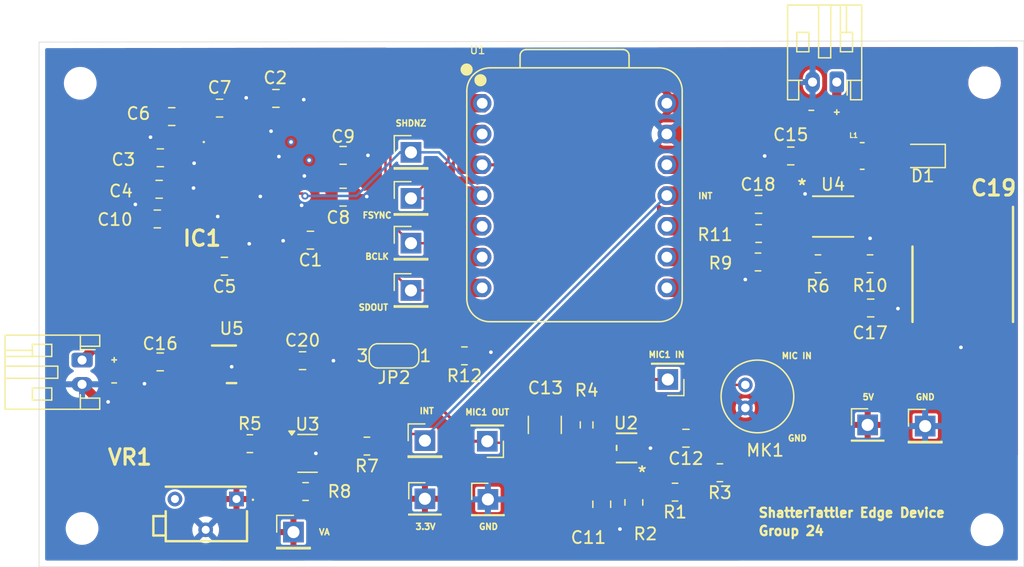
<source format=kicad_pcb>
(kicad_pcb (version 20241229) (generator "pcbnew") (generator_version "9.0")
  (layers (0 "F.Cu" signal) (2 "B.Cu" signal) (13 "F.Paste" user) (15 "B.Paste" user) (5 "F.SilkS" user "F.Silkscreen") (7 "B.SilkS" user "B.Silkscreen") (1 "F.Mask" user) (3 "B.Mask" user) (25 "Edge.Cuts" user))
  (net 0 "")
  (net 1 "GND")
  (net 2 "/AREG")
  (net 3 "Net-(IC1-IN1P)")
  (net 4 "MIC1_OUT")
  (net 5 "/DREG")
  (net 6 "Net-(IC1-VREF)")
  (net 7 "MIC_IN")
  (net 9 "SDOUT")
  (net 10 "Net-(D1-A)")
  (net 11 "FSYNC")
  (net 12 "SHDNZ")
  (net 14 "BCLK")
  (net 17 "INT")
  (net 20 "PS_3.3V")
  (net 22 "IN")
  (net 24 "/MIC")
  (net 25 "VA")
  (net 26 "/IN+")
  (net 27 "Net-(J8-Pin_1)")
  (net 28 "Net-(J9-Pin_1)")
  (net 29 "Net-(U4-EN)")
  (net 30 "Net-(U4-FB)")
  (net 31 "Net-(C18-Pad2)")
  (net 32 "PS_5V_0.5A")
  (net 35 "Net-(U4-FREQ)")
  (net 37 "OUT2")
  (net 38 "OUT1")
  (net 40 "unconnected-(U1-PA02_A0_D0-Pad1)")
  (footprint "Capacitor_SMD:C_0805_2012Metric_Pad1.18x1.45mm_HandSolder" (layer "F.Cu") (at 109.35 79.25 180)
    (property "Reference" "C2")
    (property "Value" "1uF" (hide yes))
  )
  (footprint "Capacitor_SMD:C_0805_2012Metric_Pad1.18x1.45mm_HandSolder" (layer "F.Cu") (at 149.2 88 180)
    (property "Reference" "C18")
    (property "Value" "39 pF" (hide yes))
  )
  (footprint "Capacitor_SMD:C_0805_2012Metric_Pad1.18x1.45mm_HandSolder" (layer "F.Cu") (at 111.55 100.9)
    (property "Reference" "C20")
    (property "Value" "1 uF" (hide yes))
  )
  (footprint "Capacitor_SMD:C_0805_2012Metric_Pad1.18x1.45mm_HandSolder" (layer "F.Cu") (at 151.85 84 180)
    (property "Reference" "C15")
    (property "Value" "22 uF" (hide yes))
  )
  (footprint "Capacitor_SMD:C_0805_2012Metric" (layer "F.Cu") (at 112.2 90.95)
    (property "Reference" "C1")
    (property "Value" "0.1uF" (hide yes))
  )
  (footprint "Capacitor_SMD:C_0805_2012Metric_Pad1.18x1.45mm_HandSolder" (layer "F.Cu") (at 158.45 96.55)
    (property "Reference" "C17")
    (property "Value" "1 uF" (hide yes))
  )
  (footprint "Capacitor_SMD:C_0805_2012Metric_Pad1.18x1.45mm_HandSolder" (layer "F.Cu") (at 136.25 112.75 90)
    (property "Reference" "C11")
    (property "Value" "3.3u" (hide yes))
  )
  (footprint "footprints:PCM1841QRGERQ1" (layer "F.Cu") (at 106.95 86.35)
    (property "Reference" "IC1")
    (property "Value" "PCM1841QRGERQ1" (hide yes))
  )
  (footprint "Connector_PinHeader_2.54mm:PinHeader_1x01_P2.54mm_Vertical" (layer "F.Cu") (at 120.5 91.2)
    (property "Reference" "J12" (hide yes))
    (property "Value" "Conn_01x01_Pin" (hide yes))
  )
  (footprint "footprints:INDC2520X120N" (layer "F.Cu") (at 157.75 84)
    (property "Reference" "L1")
    (property "Value" "6.8 uH" (hide yes))
  )
  (footprint "footprints:CUI_CMC-5042PF-AC" (layer "F.Cu") (at 149.1 103.85 180)
    (property "Reference" "MK1")
    (property "Value" "Microphone" (hide yes))
  )
  (footprint "Resistor_SMD:R_0805_2012Metric_Pad1.20x1.40mm_HandSolder" (layer "F.Cu") (at 158.4 92.9 180)
    (property "Reference" "R10")
    (property "Value" "49.9 Ohm" (hide yes))
  )
  (footprint "Resistor_SMD:R_0805_2012Metric" (layer "F.Cu") (at 111.8 111.7)
    (property "Reference" "R8")
    (property "Value" "100K" (hide yes))
  )
  (footprint "Connector_PinHeader_2.54mm:PinHeader_1x01_P2.54mm_Vertical" (layer "F.Cu") (at 120.5 87.5)
    (property "Reference" "J11" (hide yes))
    (property "Value" "Conn_01x01_Pin" (hide yes))
  )
  (footprint "footprints:DCK5_TEX-L" (layer "F.Cu") (at 138.3 108.1 180)
    (property "Reference" "U2")
    (property "Value" "TLV6741DCKR" (hide yes))
  )
  (footprint "Resistor_SMD:R_0805_2012Metric_Pad1.20x1.40mm_HandSolder" (layer "F.Cu") (at 154.1 92.9)
    (property "Reference" "R6")
    (property "Value" "200 kOhm" (hide yes))
  )
  (footprint "Resistor_SMD:R_0603_1608Metric_Pad0.98x0.95mm_HandSolder" (layer "F.Cu") (at 135 106.2 -90)
    (property "Reference" "R4")
    (property "Value" "55K" (hide yes))
  )
  (footprint "Capacitor_SMD:C_0805_2012Metric_Pad1.18x1.45mm_HandSolder" (layer "F.Cu") (at 99.5625 89.2)
    (property "Reference" "C10")
    (property "Value" "1uF")
  )
  (footprint "Connector_PinHeader_2.54mm:PinHeader_1x01_P2.54mm_Vertical" (layer "F.Cu") (at 158.2 106.2)
    (property "Reference" "J5" (hide yes))
    (property "Value" "Conn_01x01_Pin" (hide yes))
  )
  (footprint "Connector_PinHeader_2.54mm:PinHeader_1x01_P2.54mm_Vertical" (layer "F.Cu") (at 110.8 115.05)
    (property "Reference" "J7" (hide yes))
    (property "Value" "Conn_01x01_Pin" (hide yes))
  )
  (footprint "footprints:DBV0005A_M" (layer "F.Cu") (at 105.7 101.2)
    (property "Reference" "U5")
    (property "Value" "TLV73333PQDBVRQ1" (hide yes))
  )
  (footprint "Capacitor_SMD:C_0805_2012Metric_Pad1.18x1.45mm_HandSolder" (layer "F.Cu") (at 105.1 93.1 180)
    (property "Reference" "C5")
    (property "Value" "1uF" (hide yes))
  )
  (footprint "Capacitor_SMD:C_0805_2012Metric_Pad1.18x1.45mm_HandSolder" (layer "F.Cu") (at 143.2 107.3 180)
    (property "Reference" "C12")
    (property "Value" "10uF" (hide yes))
  )
  (footprint "Connector_PinHeader_2.54mm:PinHeader_1x01_P2.54mm_Vertical" (layer "F.Cu") (at 121.65 107.5)
    (property "Reference" "J6" (hide yes))
    (property "Value" "Conn_01x01_Pin" (hide yes))
  )
  (footprint "Jumper:SolderJumper-3_P1.3mm_Open_RoundedPad1.0x1.5mm_NumberLabels" (layer "F.Cu") (at 119.1 100.5 180)
    (property "Reference" "JP2")
    (property "Value" "SolderJumper_3_Open" (hide yes))
  )
  (footprint "Resistor_SMD:R_0805_2012Metric_Pad1.20x1.40mm_HandSolder" (layer "F.Cu") (at 149.2 90.4 180)
    (property "Reference" "R11")
    (property "Value" "150 kOhm" (hide yes))
  )
  (footprint "MountingHole:MountingHole_2.2mm_M2" (layer "F.Cu") (at 93.2 78)
    (property "Reference" "H1" (hide yes))
    (property "Value" "MountingHole" (hide yes))
  )
  (footprint "MountingHole:MountingHole_2.2mm_M2" (layer "F.Cu") (at 168.05 114.85)
    (property "Reference" "H4" (hide yes))
    (property "Value" "MountingHole" (hide yes))
  )
  (footprint "Connector_JST:JST_PH_S2B-PH-K_1x02_P2.00mm_Horizontal" (layer "F.Cu") (at 155.65 77.9 180)
    (property "Reference" "J8" (hide yes))
    (property "Value" "Conn_01x02_Pin" (hide yes))
  )
  (footprint "Capacitor_SMD:C_0805_2012Metric" (layer "F.Cu") (at 104.7 80.05 180)
    (property "Reference" "C7")
    (property "Value" "10uF" (hide yes))
  )
  (footprint "Connector_PinHeader_2.54mm:PinHeader_1x01_P2.54mm_Vertical" (layer "F.Cu") (at 141.7 102.45 180)
    (property "Reference" "J2" (hide yes))
    (property "Value" "Conn_01x01_Pin" (hide yes))
  )
  (footprint "footprints:3266X1104LF" (layer "F.Cu") (at 106.095 112.32 180)
    (property "Reference" "VR1")
    (property "Value" "3266X-1-104LF" (hide yes))
  )
  (footprint "Resistor_SMD:R_0805_2012Metric" (layer "F.Cu") (at 142.3 111.75 180)
    (property "Reference" "R1")
    (property "Value" "100K" (hide yes))
  )
  (footprint "Resistor_SMD:R_0805_2012Metric" (layer "F.Cu") (at 124.9125 100.5 180)
    (property "Reference" "R12")
    (property "Value" "3.9K" (hide yes))
  )
  (footprint "Capacitor_SMD:C_1210_3225Metric" (layer "F.Cu") (at 131.55 106.2 90)
    (property "Reference" "C13")
    (property "Value" "20pF" (hide yes))
  )
  (footprint "Resistor_SMD:R_0805_2012Metric" (layer "F.Cu") (at 138.9 112.6 -90)
    (property "Reference" "R2")
    (property "Value" "100K" (hide yes))
  )
  (footprint "footprints:DGK8_TEX-M" (layer "F.Cu") (at 155.35 89)
    (property "Reference" "U4")
    (property "Value" "LMR61428XMM/NOPB" (hide yes))
  )
  (footprint "MountingHole:MountingHole_2.2mm_M2" (layer "F.Cu") (at 93.35 114.75)
    (property "Reference" "H2" (hide yes))
    (property "Value" "MountingHole" (hide yes))
  )
  (footprint "Resistor_SMD:R_0805_2012Metric" (layer "F.Cu") (at 107.2 107.75)
    (property "Reference" "R5")
    (property "Value" "100K" (hide yes))
  )
  (footprint "Connector_PinHeader_2.54mm:PinHeader_1x01_P2.54mm_Vertical" (layer "F.Cu") (at 126.85 112.35)
    (property "Reference" "J4" (hide yes))
    (property "Value" "Conn_01x01_Pin" (hide yes))
  )
  (footprint "Connector_PinHeader_2.54mm:PinHeader_1x01_P2.54mm_Vertical" (layer "F.Cu") (at 121.65 112.3)
    (property "Reference" "J3" (hide yes))
    (property "Value" "Conn_01x01_Pin" (hide yes))
  )
  (footprint "Capacitor_SMD:C_0805_2012Metric" (layer "F.Cu") (at 114.9 83.95 180)
    (property "Reference" "C9")
    (property "Value" "0.1uF" (hide yes))
  )
  (footprint "footprints:CAPAE830X1050N" (layer "F.Cu") (at 166.05 93.55 -90)
    (property "Reference" "C19")
    (property "Value" "68 uF" (hide yes))
  )
  (footprint "Connector_JST:JST_PH_S2B-PH-K_1x02_P2.00mm_Horizontal" (layer "F.Cu") (at 93.35 100.85 -90)
    (property "Reference" "J9" (hide yes))
    (property "Value" "Conn_01x02_Pin" (hide yes))
  )
  (footprint "MountingHole:MountingHole_2.2mm_M2" (layer "F.Cu") (at 167.85 77.95)
    (property "Reference" "H3" (hide yes))
    (property "Value" "MountingHole" (hide yes))
  )
  (footprint "Connector_PinHeader_2.54mm:PinHeader_1x01_P2.54mm_Vertical" (layer "F.Cu") (at 126.8 107.55 180)
    (property "Reference" "J1" (hide yes))
    (property "Value" "Conn_01x01_Pin" (hide yes))
  )
  (footprint "Connector_PinHeader_2.54mm:PinHeader_1x01_P2.54mm_Vertical" (layer "F.Cu") (at 120.5 95.1)
    (property "Reference" "J13" (hide yes))
    (property "Value" "Conn_01x01_Pin" (hide yes))
  )
  (footprint "Connector_PinHeader_2.54mm:PinHeader_1x01_P2.54mm_Vertical" (layer "F.Cu") (at 162.95 106.3)
    (property "Reference" "J14" (hide yes))
    (property "Value" "Conn_01x01_Pin" (hide yes))
  )
  (footprint "Capacitor_SMD:C_0805_2012Metric_Pad1.18x1.45mm_HandSolder" (layer "F.Cu") (at 99.8 101 180)
    (property "Reference" "C16")
    (property "Value" "1 uF" (hide yes))
  )
  (footprint "Package_TO_SOT_SMD:SOT-23-5" (layer "F.Cu") (at 111.9625 108.55)
    (property "Reference" "U3")
    (property "Value" "TL331KDBVR" (hide yes))
  )
  (footprint "Capacitor_SMD:C_0805_2012Metric" (layer "F.Cu") (at 114.9 87.4 180)
    (property "Reference" "C8")
    (property "Value" "10uF" (hide yes))
  )
  (footprint "Capacitor_SMD:C_0805_2012Metric" (layer "F.Cu") (at 100.75 80.75 180)
    (property "Reference" "C6")
    (property "Value" "0.1uF")
  )
  (footprint "Resistor_SMD:R_0805_2012Metric" (layer "F.Cu") (at 146 110.15 180)
    (property "Reference" "R3")
    (property "Value" "5.9K" (hide yes))
  )
  (footprint "Capacitor_SMD:C_0805_2012Metric" (layer "F.Cu") (at 99.8125 84.15 180)
    (property "Reference" "C3")
    (property "Value" "0.1uF" (hide yes))
  )
  (footprint "Connector_PinHeader_2.54mm:PinHeader_1x01_P2.54mm_Vertical" (layer "F.Cu") (at 120.5 83.7)
    (property "Reference" "J10" (hide yes))
    (property "Value" "Conn_01x01_Pin" (hide yes))
  )
  (footprint "footprints:XIAO-ESP32S3-DIP" (layer "F.Cu") (at 134 87.2685)
    (property "Reference" "U1")
    (property "Value" "MOUDLE-SEEEDUINO-XIAO-ESP32S3")
  )
  (footprint "Capacitor_SMD:C_0805_2012Metric" (layer "F.Cu") (at 99.7125 86.75 180)
    (property "Reference" "C4")
    (property "Value" "10uF" (hide yes))
  )
  (footprint "Diode_SMD:D_0805_2012Metric_Pad1.15x1.40mm_HandSolder" (layer "F.Cu") (at 162.75 84 180)
    (property "Reference" "D1")
    (property "Value" "D_Schottky" (hide yes))
  )
  (footprint "Resistor_SMD:R_0805_2012Metric" (layer "F.Cu") (at 116.8625 107.95 180)
    (property "Reference" "R7")
    (property "Value" "10K")
  )
  (footprint "Resistor_SMD:R_0805_2012Metric_Pad1.20x1.40mm_HandSolder" (layer "F.Cu") (at 149.15 92.75 180)
    (property "Reference" "R9")
    (property "Value" "50 kOhm" (hide yes))
  )
  (gr_line (start 89.8 117.9) (end 89.8 74.6) (stroke (width 0.05)) (layer "Edge.Cuts"))
  (gr_line (start 171.1 117.9) (end 171.1 74.5) (stroke (width 0.05)) (layer "Edge.Cuts"))
  (gr_line (start 89.8 74.6) (end 171.1 74.5) (stroke (width 0.05)) (layer "Edge.Cuts"))
  (gr_line (start 171.1 117.9) (end 89.8 117.9) (stroke (width 0.05)) (layer "Edge.Cuts"))
  (gr_text "GND" (at 126.9 114.6 0) (layer "F.SilkS") (effects (font (size 0.5 0.5) (thickness 0.125))))
  (gr_text "MIC1 OUT" (at 126.8 105.15 0) (layer "F.SilkS") (effects (font (size 0.5 0.5) (thickness 0.125))))
  (gr_text "FSYNC" (at 117.7 88.9 0) (layer "F.SilkS") (effects (font (size 0.5 0.5) (thickness 0.125))))
  (gr_text "3.3V" (at 121.7 114.6 0) (layer "F.SilkS") (effects (font (size 0.5 0.5) (thickness 0.125))))
  (gr_text "-" (at 96 102.7 0) (layer "F.SilkS") (effects (font (size 0.5 0.5) (thickness 0.125))))
  (gr_text "GND" (at 152.4 107.3 0) (layer "F.SilkS") (effects (font (size 0.5 0.5) (thickness 0.125))))
  (gr_text "Group 24" (at 149.1 115.4 0) (layer "F.SilkS") (effects (font (size 0.762 0.762) (thickness 0.1905) (bold yes)) (justify left bottom)))
  (gr_text "+" (at 96 100.8 0) (layer "F.SilkS") (effects (font (size 0.5 0.5) (thickness 0.125))))
  (gr_text "BCLK\n" (at 117.7 92.3 0) (layer "F.SilkS") (effects (font (size 0.5 0.5) (thickness 0.125))))
  (gr_text "SDOUT" (at 117.4 96.5 0) (layer "F.SilkS") (effects (font (size 0.5 0.5) (thickness 0.125))))
  (gr_text "SHDNZ" (at 120.5 81.3 0) (layer "F.SilkS") (effects (font (size 0.5 0.5) (thickness 0.125))))
  (gr_text "INT" (at 121.8 105.05 0) (layer "F.SilkS") (effects (font (size 0.5 0.5) (thickness 0.125))))
  (gr_text "ShatterTattler Edge Device" (at 149.1 113.9 0) (layer "F.SilkS") (effects (font (size 0.762 0.762) (thickness 0.1905) (bold yes)) (justify left bottom)))
  (gr_text "MIC1 IN" (at 141.6 100.4 0) (layer "F.SilkS") (effects (font (size 0.5 0.5) (thickness 0.125))))
  (gr_text "VA" (at 113.35 115.05 0) (layer "F.SilkS") (effects (font (size 0.5 0.5) (thickness 0.125))))
  (gr_text "5V" (at 158.25 103.9 0) (layer "F.SilkS") (effects (font (size 0.5 0.5) (thickness 0.125))))
  (gr_text "GND" (at 162.95 103.9 0) (layer "F.SilkS") (effects (font (size 0.5 0.5) (thickness 0.125))))
  (gr_text "+" (at 155.65 80.35 0) (layer "F.SilkS") (effects (font (size 0.5 0.5) (thickness 0.125))))
  (gr_text "-" (at 153.55 80.2 0) (layer "F.SilkS") (effects (font (size 0.5 0.5) (thickness 0.125))))
  (gr_text "MIC IN" (at 152.35 100.5 0) (layer "F.SilkS") (effects (font (size 0.5 0.5) (thickness 0.125))))
  (gr_text "INT" (at 144.8 87.3 0) (layer "F.SilkS") (effects (font (size 0.5 0.5) (thickness 0.125))))
  (segment (start 107.15 91.05) (end 106.7 90.6) (width 0.254) (layer "F.Cu") (net 1))
  (segment (start 153 87.1) (end 153.03225 87.13225) (width 0.254) (layer "F.Cu") (net 1))
  (segment (start 109.75 84.625) (end 109.75 84.2) (width 0.2032) (layer "F.Cu") (net 1))
  (segment (start 107.7 83.55) (end 107.7 82.076) (width 0.254) (layer "F.Cu") (net 1))
  (segment (start 104.15 88.6) (end 104.15 88.075) (width 0.2032) (layer "F.Cu") (net 1))
  (segment (start 157.66775 90.06775) (end 158.4 90.8) (width 0.254) (layer "F.Cu") (net 1))
  (segment (start 166.05 96.9) (end 166.05 99.65) (width 1.27) (layer "F.Cu") (net 1))
  (segment (start 125.825 100.5) (end 126.8 100.5) (width 0.254) (layer "F.Cu") (net 1))
  (segment (start 106.7 90.6) (end 106.7 89.15) (width 0.254) (layer "F.Cu") (net 1))
  (segment (start 94.8 104.3) (end 95.5 104.3) (width 0.762) (layer "F.Cu") (net 1))
  (segment (start 109.95 91) (end 110 90.95) (width 0.508) (layer "F.Cu") (net 1))
  (segment (start 102.6 84.6) (end 104.125 84.6) (width 0.2032) (layer "F.Cu") (net 1))
  (segment (start 98.7625 101) (end 98.7625 102.5375) (width 0.762) (layer "F.Cu") (net 1))
  (segment (start 97.75 87.7625) (end 98.7625 86.75) (width 0.2032) (layer "F.Cu") (net 1))
  (segment (start 160.65 96.55) (end 160.7 96.6) (width 0.254) (layer "F.Cu") (net 1))
  (segment (start 109.75 88.075) (end 111.475 88.075) (width 0.2032) (layer "F.Cu") (net 1))
  (segment (start 99 82.45) (end 99 81.55) (width 0.508) (layer "F.Cu") (net 1))
  (segment (start 98.8625 84.15) (end 98.8625 82.5875) (width 0.508) (layer "F.Cu") (net 1))
  (segment (start 98.7625 86.75) (end 98.7625 86.9875) (width 0.2) (layer "F.Cu") (net 1))
  (segment (start 104.15 84.625) (end 103.725 84.625) (width 0.2032) (layer "F.Cu") (net 1))
  (segment (start 159.4875 96.55) (end 160.65 96.55) (width 0.254) (layer "F.Cu") (net 1))
  (segment (start 157.66775 89.974999) (end 157.66775 90.06775) (width 0.254) (layer "F.Cu") (net 1))
  (segment (start 140.250694 108.1) (end 139.32235 108.1) (width 0.254) (layer "F.Cu") (net 1))
  (segment (start 137.75 114.8) (end 137.8125 114.8) (width 0.508) (layer "F.Cu") (net 1))
  (segment (start 104.125 84.6) (end 104.15 84.625) (width 0.2032) (layer "F.Cu") (net 1))
  (segment (start 166.05 99.65) (end 165.9 99.8) (width 1.27) (layer "F.Cu") (net 1))
  (segment (start 112.5875 100.9) (end 114.1 100.9) (width 0.508) (layer "F.Cu") (net 1))
  (segment (start 104.15 86.6) (end 102.6 86.6) (width 0.254) (layer "F.Cu") (net 1))
  (segment (start 107.7 82.076) (end 107.826 81.95) (width 0.254) (layer "F.Cu") (net 1))
  (segment (start 105.7 101.4) (end 106.425 101.4) (width 0.508) (layer "F.Cu") (net 1))
  (segment (start 111.5 88.1) (end 111.475 88.075) (width 0.2032) (layer "F.Cu") (net 1))
  (segment (start 104.7 89.15) (end 104.55 89) (width 0.254) (layer "F.Cu") (net 1))
  (segment (start 104.55 89) (end 104.15 88.6) (width 0.2032) (layer "F.Cu") (net 1))
  (segment (start 136.55 113.7875) (end 136.7375 113.7875) (width 0.508) (layer "F.Cu") (net 1))
  (segment (start 115.85 87.4) (end 116.8 87.4) (width 0.508) (layer "F.Cu") (net 1))
  (segment (start 111.55 79.25) (end 111.65 79.35) (width 0.508) (layer "F.Cu") (net 1))
  (segment (start 110.825 108.55) (end 112.65 108.55) (width 0.508) (layer "F.Cu") (net 1))
  (segment (start 110 90.95) (end 111.25 90.95) (width 0.508) (layer "F.Cu") (net 1))
  (segment (start 110.3875 79.25) (end 111.55 79.25) (width 0.508) (layer "F.Cu") (net 1))
  (segment (start 99 81.55) (end 99.8 80.75) (width 0.508) (layer "F.Cu") (net 1))
  (segment (start 150.8125 84) (end 149.7 84) (width 0.762) (layer "F.Cu") (net 1))
  (segment (start 98.525 89.2) (end 98.525 88.775) (width 0.2032) (layer "F.Cu") (net 1))
  (segment (start 98.8625 82.5875) (end 99 82.45) (width 0.508) (layer "F.Cu") (net 1))
  (segment (start 109.75 84.2) (end 109.6 84.05) (width 0.2032) (layer "F.Cu") (net 1))
  (segment (start 153.03225 88.025001) (end 153.03225 87.13225) (width 0.254) (layer "F.Cu") (net 1))
  (segment (start 97.75 88) (end 97.75 87.7625) (width 0.2032) (layer "F.Cu") (net 1))
  (segment (start 111.65 85.6) (end 111.7 85.65) (width 0.2032) (layer "F.Cu") (net 1))
  (segment (start 105.65 80.05) (end 106.5 79.2) (width 0.508) (layer "F.Cu") (net 1))
  (segment (start 98.7625 102.5375) (end 98.5 102.8) (width 0.762) (layer "F.Cu") (net 1))
  (segment (start 105.7 89.15) (end 104.7 89.15) (width 0.254) (layer "F.Cu") (net 1))
  (segment (start 105.5 101.2) (end 105.7 101.4) (width 0.508) (layer "F.Cu") (net 1))
  (segment (start 106.5 79.2) (end 106.9 79.2) (width 0.508) (layer "F.Cu") (net 1))
  (segment (start 107.942351 87.342351) (end 106.95 86.35) (width 0.254) (layer "F.Cu") (net 1))
  (segment (start 115.85 83.95) (end 116.95 83.95) (width 0.508) (layer "F.Cu") (net 1))
  (segment (start 106.425 101.4) (end 107.174998 102.149998) (width 0.508) (layer "F.Cu") (net 1))
  (segment (start 107.15 91.25) (end 107.15 91.05) (width 0.254) (layer "F.Cu") (net 1))
  (segment (start 148.15 94.15) (end 148.1 94.2) (width 0.762) (layer "F.Cu") (net 1))
  (segment (start 93.35 102.85) (end 94.8 104.3) (width 0.762) (layer "F.Cu") (net 1))
  (segment (start 148.15 92.75) (end 148.15 94.15) (width 0.762) (layer "F.Cu") (net 1))
  (segment (start 108.065199 87.342351) (end 107.942351 87.342351) (width 0.254) (layer "F.Cu") (net 1))
  (segment (start 104.224999 101.2) (end 105.5 101.2) (width 0.508) (layer "F.Cu") (net 1))
  (segment (start 108.95 81.95) (end 108.95 81.9548) (width 0.254) (layer "F.Cu") (net 1))
  (segment (start 98.525 88.775) (end 97.75 88) (width 0.2032) (layer "F.Cu") (net 1))
  (segment (start 126.8 100.5) (end 127.1 100.2) (width 0.254) (layer "F.Cu") (net 1))
  (segment (start 116.8 87.4) (end 116.85 87.35) (width 0.508) (layer "F.Cu") (net 1))
  (segment (start 136.7375 113.7875) (end 137.75 114.8) (width 0.508) (layer "F.Cu") (net 1))
  (segment (start 109.75 85.6) (end 111.65 85.6) (width 0.2032) (layer "F.Cu") (net 1))
  (segment (start 137.8125 114.8) (end 138.8 113.8125) (width 0.508) (layer "F.Cu") (net 1))
  (segment (start 140.269572 108.118878) (end 140.250694 108.1) (width 0.254) (layer "F.Cu") (net 1))
  (segment (start 107.826 81.95) (end 108.95 81.95) (width 0.254) (layer "F.Cu") (net 1))
  (segment (start 102.6 86.6) (end 102.55 86.65) (width 0.254) (layer "F.Cu") (net 1))
  (via (at 165.9 99.8) (size 0.6) (drill 0.3) (layers "F.Cu" "B.Cu") (net 1))
  (via (at 104.55 89) (size 0.6) (drill 0.3) (layers "F.Cu" "B.Cu") (net 1))
  (via (at 160.7 96.6) (size 0.6) (drill 0.3) (layers "F.Cu" "B.Cu") (net 1))
  (via (at 116.95 83.95) (size 0.6) (drill 0.3) (layers "F.Cu" "B.Cu") (net 1))
  (via (at 106.9 79.2) (size 0.6) (drill 0.3) (layers "F.Cu" "B.Cu") (net 1))
  (via (at 107.15 91.25) (size 0.6) (drill 0.3) (layers "F.Cu" "B.Cu") (net 1))
  (via (at 111.475 88.075) (size 0.6) (drill 0.3) (layers "F.Cu" "B.Cu") (net 1))
  (via (at 127.1 100.2) (size 0.6) (drill 0.3) (layers "F.Cu" "B.Cu") (net 1))
  (via (at 137.75 114.8) (size 0.6) (drill 0.3) (layers "F.Cu" "B.Cu") (net 1))
  (via (at 108.95 81.9548) (size 0.6) (drill 0.3) (layers "F.Cu" "B.Cu") (net 1))
  (via (at 112.65 108.55) (size 0.6) (drill 0.3) (layers "F.Cu" "B.Cu") (net 1))
  (via (at 149.7 84) (size 0.6) (drill 0.3) (layers "F.Cu" "B.Cu") (net 1))
  (via (at 98.5 102.8) (size 0.6) (drill 0.3) (layers "F.Cu" "B.Cu") (net 1))
  (via (at 109.95 91) (size 0.6) (drill 0.3) (layers "F.Cu" "B.Cu") (net 1))
  (via (at 95.5 104.3) (size 0.6) (drill 0.3) (layers "F.Cu" "B.Cu") (net 1))
  (via (at 111.7 85.65) (size 0.6) (drill 0.3) (layers "F.Cu" "B.Cu") (net 1))
  (via (at 99 82.45) (size 0.6) (drill 0.3) (layers "F.Cu" "B.Cu") (net 1))
  (via (at 108.065199 87.342351) (size 0.6) (drill 0.3) (layers "F.Cu" "B.Cu") (net 1))
  (via (at 140.269572 108.118878) (size 0.6) (drill 0.3) (layers "F.Cu" "B.Cu") (net 1))
  (via (at 111.65 79.35) (size 0.6) (drill 0.3) (layers "F.Cu" "B.Cu") (net 1))
  (via (at 153.03225 87.13225) (size 0.6) (drill 0.3) (layers "F.Cu" "B.Cu") (net 1))
  (via (at 105.7 101.4) (size 0.6) (drill 0.3) (layers "F.Cu" "B.Cu") (net 1))
  (via (at 97.75 88) (size 0.6) (drill 0.3) (layers "F.Cu" "B.Cu") (net 1))
  (via (at 102.6 84.6) (size 0.6) (drill 0.3) (layers "F.Cu" "B.Cu") (net 1))
  (via (at 109.6 84.05) (size 0.6) (drill 0.3) (layers "F.Cu" "B.Cu") (net 1))
  (via (at 114.1 100.9) (size 0.6) (drill 0.3) (layers "F.Cu" "B.Cu") (net 1))
  (via (at 116.85 87.35) (size 0.6) (drill 0.3) (layers "F.Cu" "B.Cu") (net 1))
  (via (at 148.1 94.2) (size 0.6) (drill 0.3) (layers "F.Cu" "B.Cu") (net 1))
  (via (at 158.4 90.8) (size 0.6) (drill 0.3) (layers "F.Cu" "B.Cu") (net 1))
  (via (at 102.55 86.65) (size 0.6) (drill 0.3) (layers "F.Cu" "B.Cu") (net 1))
  (segment (start 100.6625 86.3375) (end 101.4 85.6) (width 0.762) (layer "F.Cu") (net 2))
  (segment (start 100.6625 86.75) (end 100.6625 86.3375) (width 0.762) (layer "F.Cu") (net 2))
  (segment (start 100.6625 84.25) (end 100.7625 84.15) (width 0.762) (layer "F.Cu") (net 2))
  (segment (start 104.15 85.6) (end 101.4 85.6) (width 0.2032) (layer "F.Cu") (net 2))
  (segment (start 100.6625 86.75) (end 100.6625 84.25) (width 0.762) (layer "F.Cu") (net 2))
  (segment (start 102.6484 87.8016) (end 102.85 87.6) (width 0.2032) (layer "F.Cu") (net 3))
  (segment (start 102.6484 91.2891) (end 102.6484 87.8016) (width 0.2032) (layer "F.Cu") (net 3))
  (segment (start 104.0625 93.1) (end 104.0625 92.7032) (width 0.2) (layer "F.Cu") (net 3))
  (segment (start 104.0625 92.7032) (end 102.6484 91.2891) (width 0.2) (layer "F.Cu") (net 3))
  (segment (start 102.85 87.6) (end 104.15 87.6) (width 0.2032) (layer "F.Cu") (net 3))
  (segment (start 134.65 107.1125) (end 136.940149 107.1125) (width 0.254) (layer "F.Cu") (net 4))
  (segment (start 134.65 107.1125) (end 132.2125 107.1125) (width 0.254) (layer "F.Cu") (net 4))
  (segment (start 132.2125 107.1125) (end 131.65 107.675) (width 0.254) (layer "F.Cu") (net 4))
  (segment (start 131.55 107.675) (end 127.075 107.675) (width 0.2) (layer "F.Cu") (net 4))
  (segment (start 125.679066 107.55) (end 119.1 100.970934) (width 0.254) (layer "F.Cu") (net 4))
  (segment (start 119.1 100.970934) (end 119.1 100.5) (width 0.254) (layer "F.Cu") (net 4))
  (segment (start 126.8 107.55) (end 125.679066 107.55) (width 0.254) (layer "F.Cu") (net 4))
  (segment (start 127.075 107.675) (end 126.85 107.45) (width 0.2) (layer "F.Cu") (net 4))
  (segment (start 136.940149 107.1125) (end 137.27765 107.450001) (width 0.254) (layer "F.Cu") (net 4))
  (segment (start 103.05 82.05) (end 104.2 83.2) (width 1.27) (layer "F.Cu") (net 5))
  (segment (start 104.3 83.2) (end 104.65 83.55) (width 1.27) (layer "F.Cu") (net 5))
  (segment (start 105.7 83.55) (end 104.65 83.55) (width 0.254) (layer "F.Cu") (net 5))
  (segment (start 103.05 80.75) (end 103.05 82.05) (width 1.27) (layer "F.Cu") (net 5))
  (segment (start 103.05 80.75) (end 103.75 80.05) (width 1.27) (layer "F.Cu") (net 5))
  (segment (start 101.7 80.75) (end 103.05 80.75) (width 1.27) (layer "F.Cu") (net 5))
  (segment (start 104.2 83.2) (end 104.3 83.2) (width 1.27) (layer "F.Cu") (net 5))
  (segment (start 100.6 89.2) (end 101.5641 88.2359) (width 0.2032) (layer "F.Cu") (net 6))
  (segment (start 102.327609 86.0216) (end 104.0716 86.0216) (width 0.2032) (layer "F.Cu") (net 6))
  (segment (start 101.5641 88.2359) (end 101.5641 86.785109) (width 0.2032) (layer "F.Cu") (net 6))
  (segment (start 101.5641 86.785109) (end 102.327609 86.0216) (width 0.2032) (layer "F.Cu") (net 6))
  (segment (start 104.0716 86.0216) (end 104.15 86.1) (width 0.2032) (layer "F.Cu") (net 6))
  (segment (start 137.261174 105.338826) (end 140.15 102.45) (width 0.254) (layer "F.Cu") (net 7))
  (segment (start 134.65 105.2875) (end 132.2125 105.2875) (width 0.254) (layer "F.Cu") (net 7))
  (segment (start 132.2125 105.2875) (end 131.65 104.725) (width 0.254) (layer "F.Cu") (net 7))
  (segment (start 139.32235 107.450001) (end 137.211174 105.338826) (width 0.254) (layer "F.Cu") (net 7))
  (segment (start 137.159849 105.2875) (end 134.65 105.2875) (width 0.254) (layer "F.Cu") (net 7))
  (segment (start 139.32235 107.450001) (end 142.012499 107.450001) (width 0.254) (layer "F.Cu") (net 7))
  (segment (start 142.012499 107.450001) (end 142.1625 107.3) (width 0.254) (layer "F.Cu") (net 7))
  (segment (start 137.211174 105.338826) (end 137.159849 105.2875) (width 0.254) (layer "F.Cu") (net 7))
  (segment (start 142.1625 107.3) (end 142.2375 107.3) (width 0.2032) (layer "F.Cu") (net 7))
  (segment (start 137.211174 105.338826) (end 137.261174 105.338826) (width 0.254) (layer "F.Cu") (net 7))
  (segment (start 140.15 102.45) (end 141.7 102.45) (width 0.254) (layer "F.Cu") (net 7))
  (segment (start 107.816917 81.3538) (end 117.7538 81.3538) (width 0.2) (layer "F.Cu") (net 9))
  (segment (start 107.2 81.970717) (end 107.816917 81.3538) (width 0.2) (layer "F.Cu") (net 9))
  (segment (start 126.1685 95.1) (end 126.38 94.8885) (width 0.2) (layer "F.Cu") (net 9))
  (segment (start 118.399 81.999) (end 118.399 92.999) (width 0.2) (layer "F.Cu") (net 9))
  (segment (start 118.399 92.999) (end 120.5 95.1) (width 0.2) (layer "F.Cu") (net 9))
  (segment (start 107.2 83.55) (end 107.2 81.970717) (width 0.2) (layer "F.Cu") (net 9))
  (segment (start 120.5 95.1) (end 126.1685 95.1) (width 0.2) (layer "F.Cu") (net 9))
  (segment (start 117.7538 81.3538) (end 118.399 81.999) (width 0.2) (layer "F.Cu") (net 9))
  (segment (start 157.8 87.2) (end 157.8 87.7) (width 0.762) (layer "F.Cu") (net 10))
  (segment (start 158.84 86.16) (end 158.05 86.95) (width 0.762) (layer "F.Cu") (net 10))
  (segment (start 158.84 84) (end 158.84 86.16) (width 0.762) (layer "F.Cu") (net 10))
  (segment (start 158.84 84) (end 161.725 84) (width 0.762) (layer "F.Cu") (net 10))
  (segment (start 106.2 83.55) (end 106.2 81.2) (width 0.2) (layer "F.Cu") (net 11))
  (segment (start 123.6 84.4) (end 120.5 87.5) (width 0.2) (layer "F.Cu") (net 11))
  (segment (start 107 80.4) (end 122.7 80.4) (width 0.2) (layer "F.Cu") (net 11))
  (segment (start 106.2 81.2) (end 107 80.4) (width 0.2) (layer "F.Cu") (net 11))
  (segment (start 122.7 80.4) (end 123.6 81.3) (width 0.2) (layer "F.Cu") (net 11))
  (segment (start 120.5 87.5) (end 123.2365 87.5) (width 0.2) (layer "F.Cu") (net 11))
  (segment (start 123.2365 87.5) (end 125.545 89.8085) (width 0.2) (layer "F.Cu") (net 11))
  (segment (start 123.6 81.3) (end 123.6 84.4) (width 0.2) (layer "F.Cu") (net 11))
  (segment (start 111.55 87.1) (end 111.75 87.3) (width 0.2032) (layer "F.Cu") (net 12))
  (segment (start 125.5783 87.2685) (end 126.38 87.2685) (width 0.2032) (layer "F.Cu") (net 12))
  (segment (start 109.75 87.1) (end 111.55 87.1) (width 0.2032) (layer "F.Cu") (net 12))
  (via (at 111.75 87.3) (size 0.6) (drill 0.3) (layers "F.Cu" "B.Cu") (net 12))
  (segment (start 111.75 87.3) (end 116 87.3) (width 0.2032) (layer "B.Cu") (net 12))
  (segment (start 119.6 83.7) (end 120.5 83.7) (width 0.2032) (layer "B.Cu") (net 12))
  (segment (start 116 87.3) (end 119.6 83.7) (width 0.2032) (layer "B.Cu") (net 12))
  (segment (start 120.5 83.7) (end 122.8115 83.7) (width 0.2032) (layer "B.Cu") (net 12))
  (segment (start 122.8115 83.7) (end 126.38 87.2685) (width 0.2032) (layer "B.Cu") (net 12))
  (segment (start 118.8 81.3) (end 118.8 89.5) (width 0.2) (layer "F.Cu") (net 14))
  (segment (start 118.301 80.801) (end 118.8 81.3) (width 0.2) (layer "F.Cu") (net 14))
  (segment (start 118.8 89.5) (end 120.5 91.2) (width 0.2) (layer "F.Cu") (net 14))
  (segment (start 106.7 83.55) (end 106.7 81.4651) (width 0.2) (layer "F.Cu") (net 14))
  (segment (start 120.5 91.2) (end 124.3965 91.2) (width 0.2) (layer "F.Cu") (net 14))
  (segment (start 124.3965 91.2) (end 125.545 92.3485) (width 0.2) (layer "F.Cu") (net 14))
  (segment (start 106.7 81.4651) (end 107.3641 80.801) (width 0.2) (layer "F.Cu") (net 14))
  (segment (start 107.3641 80.801) (end 118.301 80.801) (width 0.2) (layer "F.Cu") (net 14))
  (segment (start 113.1 109.5) (end 114.4 109.5) (width 0.2) (layer "F.Cu") (net 17))
  (segment (start 112.7125 109.8875) (end 113.1 109.5) (width 0.2032) (layer "F.Cu") (net 17))
  (segment (start 116.951 106.949) (end 121.099 106.949) (width 0.2) (layer "F.Cu") (net 17))
  (segment (start 114.4 109.5) (end 115.95 107.95) (width 0.2) (layer "F.Cu") (net 17))
  (segment (start 112.7125 111.7) (end 112.7125 109.8875) (width 0.2032) (layer "F.Cu") (net 17))
  (segment (start 121.099 106.949) (end 121.65 107.5) (width 0.2) (layer "F.Cu") (net 17))
  (segment (start 113.175 109.575) (end 113.1 109.5) (width 0.2032) (layer "F.Cu") (net 17))
  (segment (start 115.95 107.95) (end 116.951 106.949) (width 0.2) (layer "F.Cu") (net 17))
  (segment (start 121.65 107.5) (end 121.65 107.2385) (width 0.2) (layer "B.Cu") (net 17))
  (segment (start 121.65 107.2385) (end 141.62 87.2685) (width 0.2) (layer "B.Cu") (net 17))
  (segment (start 111.152895 86.1) (end 109.75 86.1) (width 0.2032) (layer "F.Cu") (net 20))
  (segment (start 111.468745 86.41585) (end 111.284595 86.6) (width 0.2032) (layer "F.Cu") (net 20))
  (segment (start 112.96585 86.41585) (end 113.95 87.4) (width 0.2032) (layer "F.Cu") (net 20))
  (segment (start 108.2 83.55) (end 108.2 85.024) (width 0.254) (layer "F.Cu") (net 20))
  (segment (start 111.284595 86.6) (end 109.75 86.6) (width 0.2032) (layer "F.Cu") (net 20))
  (segment (start 108.9 82.85) (end 108.2 83.55) (width 0.254) (layer "F.Cu") (net 20))
  (segment (start 111.35 85.1) (end 109.75 85.1) (width 0.254) (layer "F.Cu") (net 20))
  (segment (start 111.468745 86.41585) (end 112.96585 86.41585) (width 0.2032) (layer "F.Cu") (net 20))
  (segment (start 112.1 84.35) (end 111.35 85.1) (width 0.254) (layer "F.Cu") (net 20))
  (segment (start 110.6 82.85) (end 108.9 82.85) (width 0.254) (layer "F.Cu") (net 20))
  (segment (start 108.124 85.1) (end 104.15 85.1) (width 0.254) (layer "F.Cu") (net 20))
  (segment (start 108.2 85.024) (end 108.124 85.1) (width 0.254) (layer "F.Cu") (net 20))
  (segment (start 111.468745 86.41585) (end 111.152895 86.1) (width 0.2032) (layer "F.Cu") (net 20))
  (via (at 110.6 82.85) (size 0.6) (drill 0.3) (layers "F.Cu" "B.Cu") (net 20))
  (via (at 112.1 84.35) (size 0.6) (drill 0.3) (layers "F.Cu" "B.Cu") (net 20))
  (segment (start 144.2375 105.225) (end 144.2375 107.3) (width 0.2032) (layer "F.Cu") (net 24))
  (segment (start 144.2375 107.3) (end 144.2375 109.3) (width 0.2032) (layer "F.Cu") (net 24))
  (segment (start 146.5625 102.9) (end 148.1 102.9) (width 0.2032) (layer "F.Cu") (net 24))
  (segment (start 144.2375 109.3) (end 145.0875 110.15) (width 0.2032) (layer "F.Cu") (net 24))
  (segment (start 146.5625 102.9) (end 144.2375 105.225) (width 0.2032) (layer "F.Cu") (net 24))
  (segment (start 138.875 111.7125) (end 138.9 111.6875) (width 0.762) (layer "F.Cu") (net 26))
  (segment (start 136.25 111.7125) (end 138.875 111.7125) (width 0.762) (layer "F.Cu") (net 26))
  (segment (start 136.35 108.25) (end 136.25 108.35) (width 0.2032) (layer "F.Cu") (net 26))
  (segment (start 141.3875 111.75) (end 138.9625 111.75) (width 0.762) (layer "F.Cu") (net 26))
  (segment (start 139.32235 108.749999) (end 138.7953 108.749999) (width 0.2032) (layer "F.Cu") (net 26))
  (segment (start 138.9625 111.75) (end 138.9 111.6875) (width 0.762) (layer "F.Cu") (net 26))
  (segment (start 136.25 108.35) (end 136.25 111.7125) (width 0.2032) (layer "F.Cu") (net 26))
  (segment (start 138.7953 108.749999) (end 138.295301 108.25) (width 0.2032) (layer "F.Cu") (net 26))
  (segment (start 138.295301 108.25) (end 136.35 108.25) (width 0.2032) (layer "F.Cu") (net 26))
  (segment (start 155.65 77.9) (end 155.65 82.99) (width 0.762) (layer "F.Cu") (net 27))
  (segment (start 155.65 82.99) (end 156.66 84) (width 0.762) (layer "F.Cu") (net 27))
  (segment (start 152.8875 84) (end 156.66 84) (width 1.27) (layer "F.Cu") (net 27))
  (segment (start 95.5 98.7) (end 93.35 100.85) (width 0.762) (layer "F.Cu") (net 28))
  (segment (start 100.8375 101) (end 100.8375 99.1875) (width 0.762) (layer "F.Cu") (net 28))
  (segment (start 100.35 98.7) (end 95.5 98.7) (width 0.762) (layer "F.Cu") (net 28))
  (segment (start 101.587501 100.249999) (end 104.224999 100.249999) (width 0.762) (layer "F.Cu") (net 28))
  (segment (start 100.8375 101) (end 101.587501 100.249999) (width 0.762) (layer "F.Cu") (net 28))
  (segment (start 101.987498 102.149998) (end 104.224999 102.149998) (width 0.762) (layer "F.Cu") (net 28))
  (segment (start 100.8375 101) (end 101.987498 102.149998) (width 0.762) (layer "F.Cu") (net 28))
  (segment (start 100.8375 99.1875) (end 100.35 98.7) (width 0.762) (layer "F.Cu") (net 28))
  (segment (start 157.4125 96.55) (end 157.4125 92.9125) (width 0.762) (layer "F.Cu") (net 29))
  (segment (start 154.225001 88.674999) (end 154.875003 89.325001) (width 0.254) (layer "F.Cu") (net 29))
  (segment (start 153.03225 88.674999) (end 154.225001 88.674999) (width 0.254) (layer "F.Cu") (net 29))
  (segment (start 157.4 91.5) (end 157.4 92.9) (width 0.254) (layer "F.Cu") (net 29))
  (segment (start 155.225001 89.325001) (end 157.4 91.5) (width 0.254) (layer "F.Cu") (net 29))
  (segment (start 157.4125 92.9125) (end 157.4 92.9) (width 0.762) (layer "F.Cu") (net 29))
  (segment (start 154.875003 89.325001) (end 157.66775 89.325001) (width 0.254) (layer "F.Cu") (net 29))
  (segment (start 154.875003 89.325001) (end 155.225001 89.325001) (width 0.254) (layer "F.Cu") (net 29))
  (segment (start 155.1 92.9) (end 157.4 92.9) (width 0.762) (layer "F.Cu") (net 29))
  (segment (start 150.2 92.7) (end 150.15 92.75) (width 0.762) (layer "F.Cu") (net 30))
  (segment (start 150.2375 90.3625) (end 150.2 90.4) (width 0.762) (layer "F.Cu") (net 30))
  (segment (start 150.2375 88) (end 150.2375 90.3625) (width 0.762) (layer "F.Cu") (net 30))
  (segment (start 152.45 90.4) (end 152.6 90.25) (width 0.762) (layer "F.Cu") (net 30))
  (segment (start 150.2 90.4) (end 152.45 90.4) (width 0.762) (layer "F.Cu") (net 30))
  (segment (start 150.2 90.4) (end 150.2 92.7) (width 0.762) (layer "F.Cu") (net 30))
  (segment (start 148.1625 88) (end 148.1625 90.3625) (width 0.762) (layer "F.Cu") (net 31))
  (segment (start 148.1625 90.3625) (end 148.2 90.4) (width 0.762) (layer "F.Cu") (net 31))
  (segment (start 154.65 90) (end 153.975001 89.325001) (width 0.254) (layer "F.Cu") (net 35))
  (segment (start 153.1 92.9) (end 154.65 91.35) (width 0.254) (layer "F.Cu") (net 35))
  (segment (start 154.65 91.35) (end 154.65 90) (width 0.254) (layer "F.Cu") (net 35))
  (segment (start 153.975001 89.325001) (end 153.03225 89.325001) (width 0.254) (layer "F.Cu") (net 35))
  (segment (start 110.4 93.1) (end 106.1375 93.1) (width 0.254) (layer "F.Cu") (net 37))
  (segment (start 117.8 100.5) (end 110.4 93.1) (width 0.254) (layer "F.Cu") (net 37))
  (segment (start 120.4 100.5) (end 124 100.5) (width 0.254) (layer "F.Cu") (net 38))
  (segment (start 124.5115 84.7285) (end 126.38 84.7285) (width 0.2032) (layer "F.Cu") (net 38))
  (segment (start 129.8285 84.7285) (end 126.38 84.7285) (width 0.254) (layer "F.Cu") (net 38))
  (segment (start 124 100.5) (end 130.6 93.9) (width 0.254) (layer "F.Cu") (net 38))
  (segment (start 130.6 93.9) (end 130.6 85.5) (width 0.254) (layer "F.Cu") (net 38))
  (segment (start 130.6 85.5) (end 129.8285 84.7285) (width 0.254) (layer "F.Cu") (net 38))
  (segment (start 126.2415 79.51) (end 126.38 79.6485) (width 0.2032) (layer "B.Cu") (net 40))
  (zone (net 25) (net_name "VA") (layer "F.Cu") (connect_pads (clearance 0.5)) (min_thickness 0.25) (fill yes (thermal_gap 0.5) (thermal_bridge_width 0.5))
    (polygon (pts (xy 111.85 117.85) (xy 111.85 106.5) (xy 107.5 106.5) (xy 107.2 106.8) (xy 107.2 110.65) (xy 107.5 110.35) (xy 105.45 110.35) (xy 104.55 111.25) (xy 104.55 117.9) (xy 111.8 117.9)))
  )
  (zone (net 20) (net_name "PS_3.3V") (layer "F.Cu") (priority 3) (connect_pads (clearance 0)) (min_thickness 0.25) (fill yes (thermal_gap 0.5) (thermal_bridge_width 0.5))
    (polygon (pts (xy 102.5 104.1) (xy 102.5 108.8) (xy 106.9 108.8) (xy 107.2 108.5) (xy 107.2 104.1)))
  )
  (zone (net 20) (net_name "PS_3.3V") (layer "F.Cu") (priority 2) (connect_pads (clearance 0)) (min_thickness 0.25) (fill yes (thermal_gap 0.5) (thermal_bridge_width 0.5))
    (polygon (pts (xy 146.2 110.75) (xy 146.35 110.6) (xy 146.35 109.25) (xy 147.75 109.25) (xy 147.75 117.9) (xy 114.45 117.9) (xy 114.35 117.8) (xy 112.75 116.2) (xy 112.75 104.15) (xy 97.1 104.15) (xy 96.8 103.85) (xy 96.8 74.6) (xy 118 74.6) (xy 133.4 90) (xy 133.4 110.75) (xy 142.65 110.75) (xy 141.75 110.75)))
  )
  (zone (net 32) (net_name "PS_5V_0.5A") (layer "F.Cu") (priority 1) (connect_pads (clearance 0)) (min_thickness 0.25) (fill yes (thermal_gap 0.5) (thermal_bridge_width 0.5))
    (polygon (pts (xy 140.8 74.55) (xy 140.8 107.65) (xy 140.8 102.8) (xy 136.6 102.8) (xy 136.6 109.3) (xy 137 109.7) (xy 143.85 109.7) (xy 144.8 108.75) (xy 171.1 108.75) (xy 171.1 74.5) (xy 140.85 74.5)))
  )
  (zone (net 1) (net_name "GND") (layer "B.Cu") (priority 4) (connect_pads (clearance 0)) (min_thickness 0.25) (fill yes (thermal_gap 0.5) (thermal_bridge_width 0.5) (island_removal_mode 1) (island_area_min 9.999999))
    (polygon (pts (xy 89.8 74.6) (xy 170.9 74.6) (xy 171.1 74.8) (xy 171.1 117.8) (xy 89.9 117.8) (xy 89.8 117.7)))
  )
)
</source>
